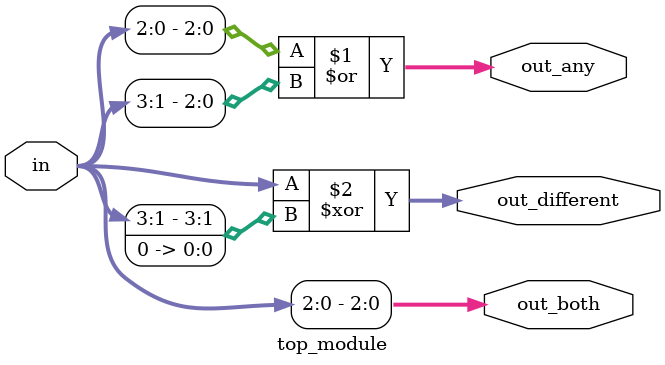
<source format=sv>
module top_module (
    input [3:0] in,
    output [2:0] out_both,
    output [3:0] out_any,
    output [3:0] out_different
);

assign out_both = in[2:0];
assign out_any = in[2:0] | in[3:1];
assign out_different = in ^ {in[3:1], 1'b0};

endmodule

</source>
